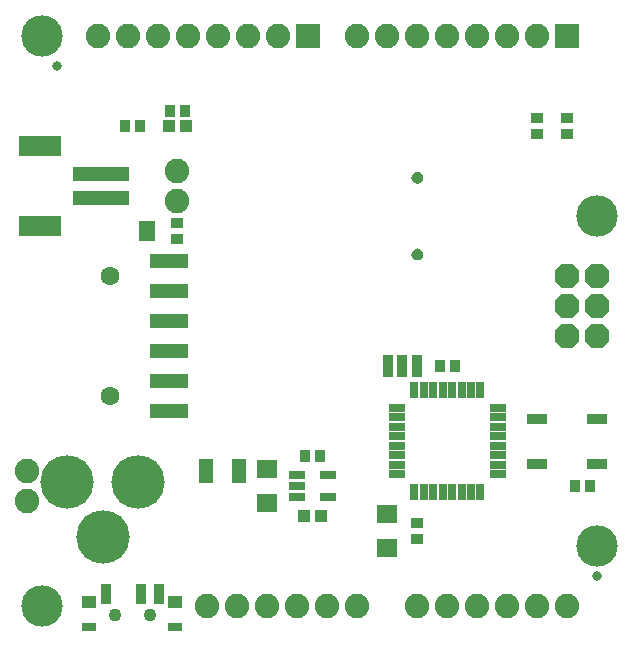
<source format=gbr>
G04 EAGLE Gerber RS-274X export*
G75*
%MOMM*%
%FSLAX34Y34*%
%LPD*%
%INSoldermask Top*%
%IPPOS*%
%AMOC8*
5,1,8,0,0,1.08239X$1,22.5*%
G01*
%ADD10C,4.521200*%
%ADD11R,1.103200X0.903200*%
%ADD12R,1.803200X1.603200*%
%ADD13R,0.903200X1.103200*%
%ADD14R,1.203200X2.003200*%
%ADD15R,1.003200X1.003200*%
%ADD16R,1.727200X0.965200*%
%ADD17P,2.254402X8X292.500000*%
%ADD18C,3.505200*%
%ADD19C,2.082800*%
%ADD20R,2.082800X2.082800*%
%ADD21R,4.803200X1.203200*%
%ADD22R,3.603200X1.803200*%
%ADD23R,1.403200X0.753200*%
%ADD24R,0.903200X1.903200*%
%ADD25R,0.903200X1.703200*%
%ADD26R,1.203200X0.803200*%
%ADD27R,1.203200X1.003200*%
%ADD28C,1.103200*%
%ADD29R,1.473200X0.838200*%
%ADD30R,3.203200X1.203200*%
%ADD31C,1.603200*%
%ADD32R,0.762000X1.473200*%
%ADD33R,1.473200X0.762000*%
%ADD34C,0.838200*%

G36*
X343098Y383040D02*
X343098Y383040D01*
X343189Y383039D01*
X344153Y383170D01*
X344201Y383186D01*
X344290Y383205D01*
X345201Y383547D01*
X345244Y383573D01*
X345328Y383612D01*
X346139Y384149D01*
X346175Y384184D01*
X346248Y384240D01*
X346920Y384944D01*
X346948Y384986D01*
X347006Y385057D01*
X347504Y385893D01*
X347505Y385896D01*
X347507Y385898D01*
X347513Y385917D01*
X347522Y385940D01*
X347562Y386022D01*
X347862Y386948D01*
X347869Y386998D01*
X347891Y387087D01*
X347977Y388056D01*
X347973Y388103D01*
X347976Y388178D01*
X347874Y389154D01*
X347860Y389202D01*
X347844Y389292D01*
X347528Y390221D01*
X347504Y390265D01*
X347467Y390350D01*
X346953Y391185D01*
X346919Y391222D01*
X346865Y391297D01*
X346177Y391997D01*
X346136Y392026D01*
X346067Y392086D01*
X345240Y392615D01*
X345194Y392634D01*
X345113Y392678D01*
X344190Y393010D01*
X344140Y393018D01*
X344051Y393043D01*
X343077Y393161D01*
X343027Y393158D01*
X342941Y393162D01*
X341939Y393067D01*
X341890Y393053D01*
X341800Y393037D01*
X340844Y392721D01*
X340799Y392697D01*
X340715Y392662D01*
X339854Y392140D01*
X339816Y392107D01*
X339741Y392054D01*
X339017Y391354D01*
X338988Y391313D01*
X338927Y391244D01*
X338377Y390401D01*
X338357Y390355D01*
X338313Y390274D01*
X337965Y389330D01*
X337956Y389280D01*
X337931Y389192D01*
X337801Y388194D01*
X337803Y388151D01*
X337802Y388025D01*
X337941Y387014D01*
X337957Y386966D01*
X337976Y386876D01*
X338338Y385921D01*
X338364Y385878D01*
X338403Y385794D01*
X338967Y384944D01*
X339002Y384907D01*
X339059Y384835D01*
X339799Y384131D01*
X339841Y384103D01*
X339912Y384045D01*
X340790Y383524D01*
X340837Y383506D01*
X340919Y383465D01*
X341891Y383152D01*
X341941Y383145D01*
X342030Y383124D01*
X343048Y383035D01*
X343098Y383040D01*
G37*
G36*
X343098Y318016D02*
X343098Y318016D01*
X343189Y318015D01*
X344153Y318146D01*
X344201Y318162D01*
X344290Y318181D01*
X345201Y318523D01*
X345244Y318549D01*
X345328Y318588D01*
X346139Y319125D01*
X346175Y319160D01*
X346248Y319216D01*
X346920Y319920D01*
X346948Y319962D01*
X347006Y320033D01*
X347504Y320869D01*
X347505Y320872D01*
X347507Y320874D01*
X347513Y320893D01*
X347522Y320916D01*
X347562Y320998D01*
X347862Y321924D01*
X347869Y321974D01*
X347891Y322063D01*
X347977Y323032D01*
X347973Y323079D01*
X347976Y323154D01*
X347874Y324130D01*
X347860Y324178D01*
X347844Y324268D01*
X347528Y325197D01*
X347504Y325241D01*
X347467Y325326D01*
X346953Y326161D01*
X346919Y326198D01*
X346865Y326273D01*
X346177Y326973D01*
X346136Y327002D01*
X346067Y327062D01*
X345240Y327591D01*
X345194Y327610D01*
X345113Y327654D01*
X344190Y327986D01*
X344140Y327994D01*
X344051Y328019D01*
X343077Y328137D01*
X343027Y328134D01*
X342941Y328138D01*
X341939Y328043D01*
X341890Y328029D01*
X341800Y328013D01*
X340844Y327697D01*
X340799Y327673D01*
X340715Y327638D01*
X339854Y327116D01*
X339816Y327083D01*
X339741Y327030D01*
X339017Y326330D01*
X338988Y326289D01*
X338927Y326220D01*
X338377Y325377D01*
X338357Y325331D01*
X338313Y325250D01*
X337965Y324306D01*
X337956Y324256D01*
X337931Y324168D01*
X337801Y323170D01*
X337803Y323127D01*
X337802Y323001D01*
X337941Y321990D01*
X337957Y321942D01*
X337976Y321852D01*
X338338Y320897D01*
X338364Y320854D01*
X338403Y320770D01*
X338967Y319920D01*
X339002Y319883D01*
X339059Y319811D01*
X339799Y319107D01*
X339841Y319079D01*
X339912Y319021D01*
X340790Y318500D01*
X340837Y318482D01*
X340919Y318441D01*
X341891Y318128D01*
X341941Y318121D01*
X342030Y318100D01*
X343048Y318011D01*
X343098Y318016D01*
G37*
D10*
X106520Y130810D03*
X46520Y130810D03*
X76520Y83810D03*
D11*
X342900Y95400D03*
X342900Y82400D03*
D12*
X317500Y74900D03*
X317500Y102900D03*
D13*
X247500Y152400D03*
X260500Y152400D03*
D14*
X163800Y139700D03*
X191800Y139700D03*
D15*
X261500Y101600D03*
X246500Y101600D03*
D13*
X476100Y127000D03*
X489100Y127000D03*
D16*
X444500Y184150D03*
X495300Y184150D03*
X444500Y146050D03*
X495300Y146050D03*
D17*
X469900Y304800D03*
X495300Y304800D03*
X469900Y279400D03*
X495300Y279400D03*
X469900Y254000D03*
X495300Y254000D03*
D13*
X361800Y228600D03*
X374800Y228600D03*
D18*
X495300Y355600D03*
X495300Y76200D03*
D19*
X165100Y25400D03*
X190500Y25400D03*
X215900Y25400D03*
X241300Y25400D03*
X266700Y25400D03*
X292100Y25400D03*
D20*
X469900Y508000D03*
D19*
X444500Y508000D03*
X419100Y508000D03*
X393700Y508000D03*
X368300Y508000D03*
X342900Y508000D03*
X317500Y508000D03*
X292100Y508000D03*
D20*
X250190Y508000D03*
D19*
X224790Y508000D03*
X199390Y508000D03*
X173990Y508000D03*
X148590Y508000D03*
X123190Y508000D03*
X97790Y508000D03*
X72390Y508000D03*
X342900Y25400D03*
X368300Y25400D03*
X393700Y25400D03*
X419100Y25400D03*
X444500Y25400D03*
X469900Y25400D03*
D13*
X108100Y431800D03*
X95100Y431800D03*
X146200Y444500D03*
X133200Y444500D03*
D15*
X132200Y431800D03*
X147200Y431800D03*
D21*
X75100Y371000D03*
X75100Y391000D03*
D22*
X23100Y347000D03*
X23100Y415000D03*
D23*
X240999Y136500D03*
X240999Y127000D03*
X240999Y117500D03*
X267001Y117500D03*
X267001Y136500D03*
D12*
X215900Y113000D03*
X215900Y141000D03*
D18*
X25400Y25400D03*
X25400Y508000D03*
D19*
X139700Y368300D03*
X139700Y393700D03*
X12700Y114300D03*
X12700Y139700D03*
D11*
X444500Y438300D03*
X444500Y425300D03*
X469900Y438300D03*
X469900Y425300D03*
D24*
X318200Y228600D03*
X330200Y228600D03*
X342200Y228600D03*
D25*
X124100Y35280D03*
X109100Y35280D03*
X79100Y35280D03*
D26*
X138100Y7780D03*
D27*
X138100Y28780D03*
D26*
X65100Y7780D03*
D27*
X65100Y28780D03*
D28*
X116600Y17780D03*
X86600Y17780D03*
D11*
X139700Y349400D03*
X139700Y336400D03*
D29*
X114300Y338891D03*
X114300Y347027D03*
D30*
X132550Y241300D03*
X132550Y215900D03*
X132550Y190500D03*
X132550Y266700D03*
X132550Y292100D03*
X132550Y317500D03*
D31*
X82550Y304800D03*
X82550Y203200D03*
D32*
X396300Y208026D03*
X388300Y208026D03*
X380300Y208026D03*
X372300Y208026D03*
X364300Y208026D03*
X356300Y208026D03*
X348300Y208026D03*
X340300Y208026D03*
D33*
X325374Y193100D03*
X325374Y185100D03*
X325374Y177100D03*
X325374Y169100D03*
X325374Y161100D03*
X325374Y153100D03*
X325374Y145100D03*
X325374Y137100D03*
D32*
X340300Y122174D03*
X348300Y122174D03*
X356300Y122174D03*
X364300Y122174D03*
X372300Y122174D03*
X380300Y122174D03*
X388300Y122174D03*
X396300Y122174D03*
D33*
X411226Y137100D03*
X411226Y145100D03*
X411226Y153100D03*
X411226Y161100D03*
X411226Y169100D03*
X411226Y177100D03*
X411226Y185100D03*
X411226Y193100D03*
D34*
X495300Y50800D03*
X38100Y482600D03*
M02*

</source>
